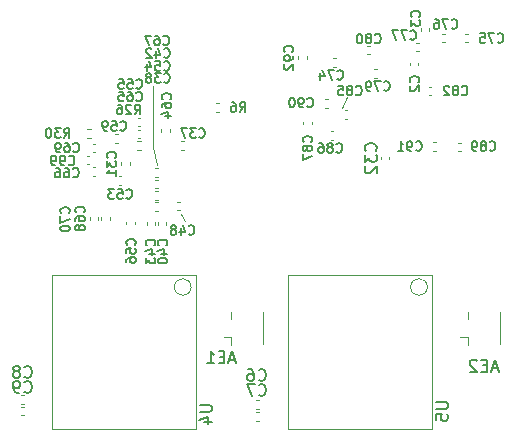
<source format=gbr>
%TF.GenerationSoftware,KiCad,Pcbnew,5.1.10-1.fc33*%
%TF.CreationDate,2021-08-29T12:40:12-07:00*%
%TF.ProjectId,hardware,68617264-7761-4726-952e-6b696361645f,rev?*%
%TF.SameCoordinates,Original*%
%TF.FileFunction,Legend,Bot*%
%TF.FilePolarity,Positive*%
%FSLAX46Y46*%
G04 Gerber Fmt 4.6, Leading zero omitted, Abs format (unit mm)*
G04 Created by KiCad (PCBNEW 5.1.10-1.fc33) date 2021-08-29 12:40:12*
%MOMM*%
%LPD*%
G01*
G04 APERTURE LIST*
%ADD10C,0.120000*%
%ADD11C,0.150000*%
G04 APERTURE END LIST*
D10*
X131889500Y-101409500D02*
X131508500Y-102298500D01*
X118173500Y-111887000D02*
X117856000Y-111315500D01*
X115506500Y-105600500D02*
X115824000Y-107124500D01*
X115506500Y-100457000D02*
X115506500Y-105600500D01*
%TO.C,AE2*%
X144835000Y-122350000D02*
X144835000Y-119650000D01*
X142115000Y-121760000D02*
X141485000Y-121760000D01*
X142115000Y-119600000D02*
X142115000Y-120240000D01*
X142115000Y-122400000D02*
X142115000Y-121760000D01*
%TO.C,AE1*%
X124835000Y-122350000D02*
X124835000Y-119650000D01*
X122115000Y-121760000D02*
X121485000Y-121760000D01*
X122115000Y-119600000D02*
X122115000Y-120240000D01*
X122115000Y-122400000D02*
X122115000Y-121760000D01*
%TO.C,C9*%
X104537836Y-127640000D02*
X104322164Y-127640000D01*
X104537836Y-128360000D02*
X104322164Y-128360000D01*
%TO.C,C8*%
X104537836Y-126640000D02*
X104322164Y-126640000D01*
X104537836Y-127360000D02*
X104322164Y-127360000D01*
%TO.C,C7*%
X124457836Y-128090000D02*
X124242164Y-128090000D01*
X124457836Y-128810000D02*
X124242164Y-128810000D01*
%TO.C,C6*%
X124457836Y-127090000D02*
X124242164Y-127090000D01*
X124457836Y-127810000D02*
X124242164Y-127810000D01*
%TO.C,U5*%
X138707107Y-117500000D02*
G75*
G03*
X138707107Y-117500000I-707107J0D01*
G01*
X139100000Y-129500000D02*
X139100000Y-116500000D01*
X126900000Y-129500000D02*
X139100000Y-129500000D01*
X126900000Y-116500000D02*
X126900000Y-129500000D01*
X139100000Y-116500000D02*
X126900000Y-116500000D01*
%TO.C,U4*%
X118707107Y-117500000D02*
G75*
G03*
X118707107Y-117500000I-707107J0D01*
G01*
X119100000Y-129500000D02*
X119100000Y-116500000D01*
X106900000Y-129500000D02*
X119100000Y-129500000D01*
X106900000Y-116500000D02*
X106900000Y-129500000D01*
X119100000Y-116500000D02*
X106900000Y-116500000D01*
%TO.C,C32*%
X134768000Y-106483264D02*
X134768000Y-106698936D01*
X135488000Y-106483264D02*
X135488000Y-106698936D01*
%TO.C,C99*%
X110089836Y-107090800D02*
X109874164Y-107090800D01*
X110089836Y-106370800D02*
X109874164Y-106370800D01*
%TO.C,C92*%
X127770300Y-98187336D02*
X127770300Y-97971664D01*
X128490300Y-98187336D02*
X128490300Y-97971664D01*
%TO.C,C91*%
X139211164Y-105253200D02*
X139426836Y-105253200D01*
X139211164Y-105973200D02*
X139426836Y-105973200D01*
%TO.C,C90*%
X130067164Y-101582900D02*
X130282836Y-101582900D01*
X130067164Y-102302900D02*
X130282836Y-102302900D01*
%TO.C,C89*%
X141304124Y-105268440D02*
X141519796Y-105268440D01*
X141304124Y-105988440D02*
X141519796Y-105988440D01*
%TO.C,C87*%
X128202100Y-103701736D02*
X128202100Y-103486064D01*
X128922100Y-103701736D02*
X128922100Y-103486064D01*
%TO.C,C86*%
X130750196Y-105013080D02*
X130534524Y-105013080D01*
X130750196Y-104293080D02*
X130534524Y-104293080D01*
%TO.C,C85*%
X131933836Y-103242700D02*
X131718164Y-103242700D01*
X131933836Y-102522700D02*
X131718164Y-102522700D01*
%TO.C,C82*%
X138830164Y-100528800D02*
X139045836Y-100528800D01*
X138830164Y-101248800D02*
X139045836Y-101248800D01*
%TO.C,C80*%
X133838836Y-97807100D02*
X133623164Y-97807100D01*
X133838836Y-97087100D02*
X133623164Y-97087100D01*
%TO.C,C79*%
X134410336Y-99762900D02*
X134194664Y-99762900D01*
X134410336Y-99042900D02*
X134194664Y-99042900D01*
%TO.C,C77*%
X137763364Y-96820400D02*
X137979036Y-96820400D01*
X137763364Y-97540400D02*
X137979036Y-97540400D01*
%TO.C,C76*%
X139985864Y-96045700D02*
X140201536Y-96045700D01*
X139985864Y-96765700D02*
X140201536Y-96765700D01*
%TO.C,C75*%
X141916264Y-96045700D02*
X142131936Y-96045700D01*
X141916264Y-96765700D02*
X142131936Y-96765700D01*
%TO.C,C74*%
X130968636Y-98861200D02*
X130752964Y-98861200D01*
X130968636Y-98141200D02*
X130752964Y-98141200D01*
%TO.C,C70*%
X110130000Y-111804336D02*
X110130000Y-111588664D01*
X110850000Y-111804336D02*
X110850000Y-111588664D01*
%TO.C,C69*%
X110597836Y-106100200D02*
X110382164Y-106100200D01*
X110597836Y-105380200D02*
X110382164Y-105380200D01*
%TO.C,C68*%
X111107900Y-111804336D02*
X111107900Y-111588664D01*
X111827900Y-111804336D02*
X111827900Y-111588664D01*
%TO.C,C67*%
X115893736Y-108144900D02*
X115678064Y-108144900D01*
X115893736Y-107424900D02*
X115678064Y-107424900D01*
%TO.C,C66*%
X110597836Y-108081400D02*
X110382164Y-108081400D01*
X110597836Y-107361400D02*
X110382164Y-107361400D01*
%TO.C,C65*%
X114395136Y-104893700D02*
X114179464Y-104893700D01*
X114395136Y-104173700D02*
X114179464Y-104173700D01*
%TO.C,C64*%
X116200600Y-104374836D02*
X116200600Y-104159164D01*
X116920600Y-104374836D02*
X116920600Y-104159164D01*
%TO.C,C59*%
X112274464Y-104567400D02*
X112490136Y-104567400D01*
X112274464Y-105287400D02*
X112490136Y-105287400D01*
%TO.C,C56*%
X113216100Y-112195436D02*
X113216100Y-111979764D01*
X113936100Y-112195436D02*
X113936100Y-111979764D01*
%TO.C,C55*%
X114395136Y-103877700D02*
X114179464Y-103877700D01*
X114395136Y-103157700D02*
X114179464Y-103157700D01*
%TO.C,C54*%
X115881036Y-110113400D02*
X115665364Y-110113400D01*
X115881036Y-109393400D02*
X115665364Y-109393400D01*
%TO.C,C53*%
X112591964Y-108123400D02*
X112807636Y-108123400D01*
X112591964Y-108843400D02*
X112807636Y-108843400D01*
%TO.C,C48*%
X117745396Y-110997320D02*
X117529724Y-110997320D01*
X117745396Y-110277320D02*
X117529724Y-110277320D01*
%TO.C,C43*%
X114943300Y-112203116D02*
X114943300Y-111987444D01*
X115663300Y-112203116D02*
X115663300Y-111987444D01*
%TO.C,C42*%
X115893736Y-109135500D02*
X115678064Y-109135500D01*
X115893736Y-108415500D02*
X115678064Y-108415500D01*
%TO.C,C40*%
X115888180Y-112203116D02*
X115888180Y-111987444D01*
X116608180Y-112203116D02*
X116608180Y-111987444D01*
%TO.C,C38*%
X115881036Y-111053200D02*
X115665364Y-111053200D01*
X115881036Y-110333200D02*
X115665364Y-110333200D01*
%TO.C,C37*%
X117856163Y-105141440D02*
X118071835Y-105141440D01*
X117856163Y-105861440D02*
X118071835Y-105861440D01*
%TO.C,C31*%
X113517000Y-106940464D02*
X113517000Y-107156136D01*
X112797000Y-106940464D02*
X112797000Y-107156136D01*
%TO.C,C3*%
X138140000Y-95807836D02*
X138140000Y-95592164D01*
X138860000Y-95807836D02*
X138860000Y-95592164D01*
%TO.C,C2*%
X137939100Y-98507664D02*
X137939100Y-98723336D01*
X137219100Y-98507664D02*
X137219100Y-98723336D01*
%TO.C,R30*%
X110237241Y-104850200D02*
X109929959Y-104850200D01*
X110237241Y-104090200D02*
X109929959Y-104090200D01*
%TO.C,R26*%
X114453641Y-105904300D02*
X114146359Y-105904300D01*
X114453641Y-105144300D02*
X114146359Y-105144300D01*
%TO.C,R6*%
X120785919Y-102660720D02*
X121093201Y-102660720D01*
X120785919Y-101900720D02*
X121093201Y-101900720D01*
%TO.C,AE2*%
D11*
X144641666Y-124366666D02*
X144165476Y-124366666D01*
X144736904Y-124652380D02*
X144403571Y-123652380D01*
X144070238Y-124652380D01*
X143736904Y-124128571D02*
X143403571Y-124128571D01*
X143260714Y-124652380D02*
X143736904Y-124652380D01*
X143736904Y-123652380D01*
X143260714Y-123652380D01*
X142879761Y-123747619D02*
X142832142Y-123700000D01*
X142736904Y-123652380D01*
X142498809Y-123652380D01*
X142403571Y-123700000D01*
X142355952Y-123747619D01*
X142308333Y-123842857D01*
X142308333Y-123938095D01*
X142355952Y-124080952D01*
X142927380Y-124652380D01*
X142308333Y-124652380D01*
%TO.C,AE1*%
X122416666Y-123666666D02*
X121940476Y-123666666D01*
X122511904Y-123952380D02*
X122178571Y-122952380D01*
X121845238Y-123952380D01*
X121511904Y-123428571D02*
X121178571Y-123428571D01*
X121035714Y-123952380D02*
X121511904Y-123952380D01*
X121511904Y-122952380D01*
X121035714Y-122952380D01*
X120083333Y-123952380D02*
X120654761Y-123952380D01*
X120369047Y-123952380D02*
X120369047Y-122952380D01*
X120464285Y-123095238D01*
X120559523Y-123190476D01*
X120654761Y-123238095D01*
%TO.C,C9*%
X104596666Y-126357142D02*
X104644285Y-126404761D01*
X104787142Y-126452380D01*
X104882380Y-126452380D01*
X105025238Y-126404761D01*
X105120476Y-126309523D01*
X105168095Y-126214285D01*
X105215714Y-126023809D01*
X105215714Y-125880952D01*
X105168095Y-125690476D01*
X105120476Y-125595238D01*
X105025238Y-125500000D01*
X104882380Y-125452380D01*
X104787142Y-125452380D01*
X104644285Y-125500000D01*
X104596666Y-125547619D01*
X104120476Y-126452380D02*
X103930000Y-126452380D01*
X103834761Y-126404761D01*
X103787142Y-126357142D01*
X103691904Y-126214285D01*
X103644285Y-126023809D01*
X103644285Y-125642857D01*
X103691904Y-125547619D01*
X103739523Y-125500000D01*
X103834761Y-125452380D01*
X104025238Y-125452380D01*
X104120476Y-125500000D01*
X104168095Y-125547619D01*
X104215714Y-125642857D01*
X104215714Y-125880952D01*
X104168095Y-125976190D01*
X104120476Y-126023809D01*
X104025238Y-126071428D01*
X103834761Y-126071428D01*
X103739523Y-126023809D01*
X103691904Y-125976190D01*
X103644285Y-125880952D01*
%TO.C,C8*%
X104596666Y-125107142D02*
X104644285Y-125154761D01*
X104787142Y-125202380D01*
X104882380Y-125202380D01*
X105025238Y-125154761D01*
X105120476Y-125059523D01*
X105168095Y-124964285D01*
X105215714Y-124773809D01*
X105215714Y-124630952D01*
X105168095Y-124440476D01*
X105120476Y-124345238D01*
X105025238Y-124250000D01*
X104882380Y-124202380D01*
X104787142Y-124202380D01*
X104644285Y-124250000D01*
X104596666Y-124297619D01*
X104025238Y-124630952D02*
X104120476Y-124583333D01*
X104168095Y-124535714D01*
X104215714Y-124440476D01*
X104215714Y-124392857D01*
X104168095Y-124297619D01*
X104120476Y-124250000D01*
X104025238Y-124202380D01*
X103834761Y-124202380D01*
X103739523Y-124250000D01*
X103691904Y-124297619D01*
X103644285Y-124392857D01*
X103644285Y-124440476D01*
X103691904Y-124535714D01*
X103739523Y-124583333D01*
X103834761Y-124630952D01*
X104025238Y-124630952D01*
X104120476Y-124678571D01*
X104168095Y-124726190D01*
X104215714Y-124821428D01*
X104215714Y-125011904D01*
X104168095Y-125107142D01*
X104120476Y-125154761D01*
X104025238Y-125202380D01*
X103834761Y-125202380D01*
X103739523Y-125154761D01*
X103691904Y-125107142D01*
X103644285Y-125011904D01*
X103644285Y-124821428D01*
X103691904Y-124726190D01*
X103739523Y-124678571D01*
X103834761Y-124630952D01*
%TO.C,C7*%
X124416666Y-126607142D02*
X124464285Y-126654761D01*
X124607142Y-126702380D01*
X124702380Y-126702380D01*
X124845238Y-126654761D01*
X124940476Y-126559523D01*
X124988095Y-126464285D01*
X125035714Y-126273809D01*
X125035714Y-126130952D01*
X124988095Y-125940476D01*
X124940476Y-125845238D01*
X124845238Y-125750000D01*
X124702380Y-125702380D01*
X124607142Y-125702380D01*
X124464285Y-125750000D01*
X124416666Y-125797619D01*
X124083333Y-125702380D02*
X123416666Y-125702380D01*
X123845238Y-126702380D01*
%TO.C,C6*%
X124416666Y-125357142D02*
X124464285Y-125404761D01*
X124607142Y-125452380D01*
X124702380Y-125452380D01*
X124845238Y-125404761D01*
X124940476Y-125309523D01*
X124988095Y-125214285D01*
X125035714Y-125023809D01*
X125035714Y-124880952D01*
X124988095Y-124690476D01*
X124940476Y-124595238D01*
X124845238Y-124500000D01*
X124702380Y-124452380D01*
X124607142Y-124452380D01*
X124464285Y-124500000D01*
X124416666Y-124547619D01*
X123559523Y-124452380D02*
X123750000Y-124452380D01*
X123845238Y-124500000D01*
X123892857Y-124547619D01*
X123988095Y-124690476D01*
X124035714Y-124880952D01*
X124035714Y-125261904D01*
X123988095Y-125357142D01*
X123940476Y-125404761D01*
X123845238Y-125452380D01*
X123654761Y-125452380D01*
X123559523Y-125404761D01*
X123511904Y-125357142D01*
X123464285Y-125261904D01*
X123464285Y-125023809D01*
X123511904Y-124928571D01*
X123559523Y-124880952D01*
X123654761Y-124833333D01*
X123845238Y-124833333D01*
X123940476Y-124880952D01*
X123988095Y-124928571D01*
X124035714Y-125023809D01*
%TO.C,U5*%
X139452380Y-127238095D02*
X140261904Y-127238095D01*
X140357142Y-127285714D01*
X140404761Y-127333333D01*
X140452380Y-127428571D01*
X140452380Y-127619047D01*
X140404761Y-127714285D01*
X140357142Y-127761904D01*
X140261904Y-127809523D01*
X139452380Y-127809523D01*
X139452380Y-128761904D02*
X139452380Y-128285714D01*
X139928571Y-128238095D01*
X139880952Y-128285714D01*
X139833333Y-128380952D01*
X139833333Y-128619047D01*
X139880952Y-128714285D01*
X139928571Y-128761904D01*
X140023809Y-128809523D01*
X140261904Y-128809523D01*
X140357142Y-128761904D01*
X140404761Y-128714285D01*
X140452380Y-128619047D01*
X140452380Y-128380952D01*
X140404761Y-128285714D01*
X140357142Y-128238095D01*
%TO.C,U4*%
X119452380Y-127488095D02*
X120261904Y-127488095D01*
X120357142Y-127535714D01*
X120404761Y-127583333D01*
X120452380Y-127678571D01*
X120452380Y-127869047D01*
X120404761Y-127964285D01*
X120357142Y-128011904D01*
X120261904Y-128059523D01*
X119452380Y-128059523D01*
X119785714Y-128964285D02*
X120452380Y-128964285D01*
X119404761Y-128726190D02*
X120119047Y-128488095D01*
X120119047Y-129107142D01*
%TO.C,C32*%
X134325142Y-105948242D02*
X134372761Y-105900623D01*
X134420380Y-105757766D01*
X134420380Y-105662528D01*
X134372761Y-105519671D01*
X134277523Y-105424433D01*
X134182285Y-105376814D01*
X133991809Y-105329195D01*
X133848952Y-105329195D01*
X133658476Y-105376814D01*
X133563238Y-105424433D01*
X133468000Y-105519671D01*
X133420380Y-105662528D01*
X133420380Y-105757766D01*
X133468000Y-105900623D01*
X133515619Y-105948242D01*
X133420380Y-106281576D02*
X133420380Y-106900623D01*
X133801333Y-106567290D01*
X133801333Y-106710147D01*
X133848952Y-106805385D01*
X133896571Y-106853004D01*
X133991809Y-106900623D01*
X134229904Y-106900623D01*
X134325142Y-106853004D01*
X134372761Y-106805385D01*
X134420380Y-106710147D01*
X134420380Y-106424433D01*
X134372761Y-106329195D01*
X134325142Y-106281576D01*
X133515619Y-107281576D02*
X133468000Y-107329195D01*
X133420380Y-107424433D01*
X133420380Y-107662528D01*
X133468000Y-107757766D01*
X133515619Y-107805385D01*
X133610857Y-107853004D01*
X133706095Y-107853004D01*
X133848952Y-107805385D01*
X134420380Y-107233957D01*
X134420380Y-107853004D01*
%TO.C,C99*%
X108337285Y-107092714D02*
X108375380Y-107130809D01*
X108489666Y-107168904D01*
X108565857Y-107168904D01*
X108680142Y-107130809D01*
X108756333Y-107054619D01*
X108794428Y-106978428D01*
X108832523Y-106826047D01*
X108832523Y-106711761D01*
X108794428Y-106559380D01*
X108756333Y-106483190D01*
X108680142Y-106407000D01*
X108565857Y-106368904D01*
X108489666Y-106368904D01*
X108375380Y-106407000D01*
X108337285Y-106445095D01*
X107956333Y-107168904D02*
X107803952Y-107168904D01*
X107727761Y-107130809D01*
X107689666Y-107092714D01*
X107613476Y-106978428D01*
X107575380Y-106826047D01*
X107575380Y-106521285D01*
X107613476Y-106445095D01*
X107651571Y-106407000D01*
X107727761Y-106368904D01*
X107880142Y-106368904D01*
X107956333Y-106407000D01*
X107994428Y-106445095D01*
X108032523Y-106521285D01*
X108032523Y-106711761D01*
X107994428Y-106787952D01*
X107956333Y-106826047D01*
X107880142Y-106864142D01*
X107727761Y-106864142D01*
X107651571Y-106826047D01*
X107613476Y-106787952D01*
X107575380Y-106711761D01*
X107194428Y-107168904D02*
X107042047Y-107168904D01*
X106965857Y-107130809D01*
X106927761Y-107092714D01*
X106851571Y-106978428D01*
X106813476Y-106826047D01*
X106813476Y-106521285D01*
X106851571Y-106445095D01*
X106889666Y-106407000D01*
X106965857Y-106368904D01*
X107118238Y-106368904D01*
X107194428Y-106407000D01*
X107232523Y-106445095D01*
X107270619Y-106521285D01*
X107270619Y-106711761D01*
X107232523Y-106787952D01*
X107194428Y-106826047D01*
X107118238Y-106864142D01*
X106965857Y-106864142D01*
X106889666Y-106826047D01*
X106851571Y-106787952D01*
X106813476Y-106711761D01*
%TO.C,C92*%
X127285714Y-97565214D02*
X127323809Y-97527119D01*
X127361904Y-97412833D01*
X127361904Y-97336642D01*
X127323809Y-97222357D01*
X127247619Y-97146166D01*
X127171428Y-97108071D01*
X127019047Y-97069976D01*
X126904761Y-97069976D01*
X126752380Y-97108071D01*
X126676190Y-97146166D01*
X126600000Y-97222357D01*
X126561904Y-97336642D01*
X126561904Y-97412833D01*
X126600000Y-97527119D01*
X126638095Y-97565214D01*
X127361904Y-97946166D02*
X127361904Y-98098547D01*
X127323809Y-98174738D01*
X127285714Y-98212833D01*
X127171428Y-98289023D01*
X127019047Y-98327119D01*
X126714285Y-98327119D01*
X126638095Y-98289023D01*
X126600000Y-98250928D01*
X126561904Y-98174738D01*
X126561904Y-98022357D01*
X126600000Y-97946166D01*
X126638095Y-97908071D01*
X126714285Y-97869976D01*
X126904761Y-97869976D01*
X126980952Y-97908071D01*
X127019047Y-97946166D01*
X127057142Y-98022357D01*
X127057142Y-98174738D01*
X127019047Y-98250928D01*
X126980952Y-98289023D01*
X126904761Y-98327119D01*
X126638095Y-98631880D02*
X126600000Y-98669976D01*
X126561904Y-98746166D01*
X126561904Y-98936642D01*
X126600000Y-99012833D01*
X126638095Y-99050928D01*
X126714285Y-99089023D01*
X126790476Y-99089023D01*
X126904761Y-99050928D01*
X127361904Y-98593785D01*
X127361904Y-99089023D01*
%TO.C,C91*%
X137737785Y-105886214D02*
X137775880Y-105924309D01*
X137890166Y-105962404D01*
X137966357Y-105962404D01*
X138080642Y-105924309D01*
X138156833Y-105848119D01*
X138194928Y-105771928D01*
X138233023Y-105619547D01*
X138233023Y-105505261D01*
X138194928Y-105352880D01*
X138156833Y-105276690D01*
X138080642Y-105200500D01*
X137966357Y-105162404D01*
X137890166Y-105162404D01*
X137775880Y-105200500D01*
X137737785Y-105238595D01*
X137356833Y-105962404D02*
X137204452Y-105962404D01*
X137128261Y-105924309D01*
X137090166Y-105886214D01*
X137013976Y-105771928D01*
X136975880Y-105619547D01*
X136975880Y-105314785D01*
X137013976Y-105238595D01*
X137052071Y-105200500D01*
X137128261Y-105162404D01*
X137280642Y-105162404D01*
X137356833Y-105200500D01*
X137394928Y-105238595D01*
X137433023Y-105314785D01*
X137433023Y-105505261D01*
X137394928Y-105581452D01*
X137356833Y-105619547D01*
X137280642Y-105657642D01*
X137128261Y-105657642D01*
X137052071Y-105619547D01*
X137013976Y-105581452D01*
X136975880Y-105505261D01*
X136213976Y-105962404D02*
X136671119Y-105962404D01*
X136442547Y-105962404D02*
X136442547Y-105162404D01*
X136518738Y-105276690D01*
X136594928Y-105352880D01*
X136671119Y-105390976D01*
%TO.C,C90*%
X128530285Y-102203214D02*
X128568380Y-102241309D01*
X128682666Y-102279404D01*
X128758857Y-102279404D01*
X128873142Y-102241309D01*
X128949333Y-102165119D01*
X128987428Y-102088928D01*
X129025523Y-101936547D01*
X129025523Y-101822261D01*
X128987428Y-101669880D01*
X128949333Y-101593690D01*
X128873142Y-101517500D01*
X128758857Y-101479404D01*
X128682666Y-101479404D01*
X128568380Y-101517500D01*
X128530285Y-101555595D01*
X128149333Y-102279404D02*
X127996952Y-102279404D01*
X127920761Y-102241309D01*
X127882666Y-102203214D01*
X127806476Y-102088928D01*
X127768380Y-101936547D01*
X127768380Y-101631785D01*
X127806476Y-101555595D01*
X127844571Y-101517500D01*
X127920761Y-101479404D01*
X128073142Y-101479404D01*
X128149333Y-101517500D01*
X128187428Y-101555595D01*
X128225523Y-101631785D01*
X128225523Y-101822261D01*
X128187428Y-101898452D01*
X128149333Y-101936547D01*
X128073142Y-101974642D01*
X127920761Y-101974642D01*
X127844571Y-101936547D01*
X127806476Y-101898452D01*
X127768380Y-101822261D01*
X127273142Y-101479404D02*
X127196952Y-101479404D01*
X127120761Y-101517500D01*
X127082666Y-101555595D01*
X127044571Y-101631785D01*
X127006476Y-101784166D01*
X127006476Y-101974642D01*
X127044571Y-102127023D01*
X127082666Y-102203214D01*
X127120761Y-102241309D01*
X127196952Y-102279404D01*
X127273142Y-102279404D01*
X127349333Y-102241309D01*
X127387428Y-102203214D01*
X127425523Y-102127023D01*
X127463619Y-101974642D01*
X127463619Y-101784166D01*
X127425523Y-101631785D01*
X127387428Y-101555595D01*
X127349333Y-101517500D01*
X127273142Y-101479404D01*
%TO.C,C89*%
X143983645Y-105888754D02*
X144021740Y-105926849D01*
X144136026Y-105964944D01*
X144212217Y-105964944D01*
X144326502Y-105926849D01*
X144402693Y-105850659D01*
X144440788Y-105774468D01*
X144478883Y-105622087D01*
X144478883Y-105507801D01*
X144440788Y-105355420D01*
X144402693Y-105279230D01*
X144326502Y-105203040D01*
X144212217Y-105164944D01*
X144136026Y-105164944D01*
X144021740Y-105203040D01*
X143983645Y-105241135D01*
X143526502Y-105507801D02*
X143602693Y-105469706D01*
X143640788Y-105431611D01*
X143678883Y-105355420D01*
X143678883Y-105317325D01*
X143640788Y-105241135D01*
X143602693Y-105203040D01*
X143526502Y-105164944D01*
X143374121Y-105164944D01*
X143297931Y-105203040D01*
X143259836Y-105241135D01*
X143221740Y-105317325D01*
X143221740Y-105355420D01*
X143259836Y-105431611D01*
X143297931Y-105469706D01*
X143374121Y-105507801D01*
X143526502Y-105507801D01*
X143602693Y-105545897D01*
X143640788Y-105583992D01*
X143678883Y-105660182D01*
X143678883Y-105812563D01*
X143640788Y-105888754D01*
X143602693Y-105926849D01*
X143526502Y-105964944D01*
X143374121Y-105964944D01*
X143297931Y-105926849D01*
X143259836Y-105888754D01*
X143221740Y-105812563D01*
X143221740Y-105660182D01*
X143259836Y-105583992D01*
X143297931Y-105545897D01*
X143374121Y-105507801D01*
X142840788Y-105964944D02*
X142688407Y-105964944D01*
X142612217Y-105926849D01*
X142574121Y-105888754D01*
X142497931Y-105774468D01*
X142459836Y-105622087D01*
X142459836Y-105317325D01*
X142497931Y-105241135D01*
X142536026Y-105203040D01*
X142612217Y-105164944D01*
X142764598Y-105164944D01*
X142840788Y-105203040D01*
X142878883Y-105241135D01*
X142916979Y-105317325D01*
X142916979Y-105507801D01*
X142878883Y-105583992D01*
X142840788Y-105622087D01*
X142764598Y-105660182D01*
X142612217Y-105660182D01*
X142536026Y-105622087D01*
X142497931Y-105583992D01*
X142459836Y-105507801D01*
%TO.C,C87*%
X128873214Y-105213214D02*
X128911309Y-105175119D01*
X128949404Y-105060833D01*
X128949404Y-104984642D01*
X128911309Y-104870357D01*
X128835119Y-104794166D01*
X128758928Y-104756071D01*
X128606547Y-104717976D01*
X128492261Y-104717976D01*
X128339880Y-104756071D01*
X128263690Y-104794166D01*
X128187500Y-104870357D01*
X128149404Y-104984642D01*
X128149404Y-105060833D01*
X128187500Y-105175119D01*
X128225595Y-105213214D01*
X128492261Y-105670357D02*
X128454166Y-105594166D01*
X128416071Y-105556071D01*
X128339880Y-105517976D01*
X128301785Y-105517976D01*
X128225595Y-105556071D01*
X128187500Y-105594166D01*
X128149404Y-105670357D01*
X128149404Y-105822738D01*
X128187500Y-105898928D01*
X128225595Y-105937023D01*
X128301785Y-105975119D01*
X128339880Y-105975119D01*
X128416071Y-105937023D01*
X128454166Y-105898928D01*
X128492261Y-105822738D01*
X128492261Y-105670357D01*
X128530357Y-105594166D01*
X128568452Y-105556071D01*
X128644642Y-105517976D01*
X128797023Y-105517976D01*
X128873214Y-105556071D01*
X128911309Y-105594166D01*
X128949404Y-105670357D01*
X128949404Y-105822738D01*
X128911309Y-105898928D01*
X128873214Y-105937023D01*
X128797023Y-105975119D01*
X128644642Y-105975119D01*
X128568452Y-105937023D01*
X128530357Y-105898928D01*
X128492261Y-105822738D01*
X128149404Y-106241785D02*
X128149404Y-106775119D01*
X128949404Y-106432261D01*
%TO.C,C86*%
X131014285Y-106035714D02*
X131052380Y-106073809D01*
X131166666Y-106111904D01*
X131242857Y-106111904D01*
X131357142Y-106073809D01*
X131433333Y-105997619D01*
X131471428Y-105921428D01*
X131509523Y-105769047D01*
X131509523Y-105654761D01*
X131471428Y-105502380D01*
X131433333Y-105426190D01*
X131357142Y-105350000D01*
X131242857Y-105311904D01*
X131166666Y-105311904D01*
X131052380Y-105350000D01*
X131014285Y-105388095D01*
X130557142Y-105654761D02*
X130633333Y-105616666D01*
X130671428Y-105578571D01*
X130709523Y-105502380D01*
X130709523Y-105464285D01*
X130671428Y-105388095D01*
X130633333Y-105350000D01*
X130557142Y-105311904D01*
X130404761Y-105311904D01*
X130328571Y-105350000D01*
X130290476Y-105388095D01*
X130252380Y-105464285D01*
X130252380Y-105502380D01*
X130290476Y-105578571D01*
X130328571Y-105616666D01*
X130404761Y-105654761D01*
X130557142Y-105654761D01*
X130633333Y-105692857D01*
X130671428Y-105730952D01*
X130709523Y-105807142D01*
X130709523Y-105959523D01*
X130671428Y-106035714D01*
X130633333Y-106073809D01*
X130557142Y-106111904D01*
X130404761Y-106111904D01*
X130328571Y-106073809D01*
X130290476Y-106035714D01*
X130252380Y-105959523D01*
X130252380Y-105807142D01*
X130290476Y-105730952D01*
X130328571Y-105692857D01*
X130404761Y-105654761D01*
X129566666Y-105311904D02*
X129719047Y-105311904D01*
X129795238Y-105350000D01*
X129833333Y-105388095D01*
X129909523Y-105502380D01*
X129947619Y-105654761D01*
X129947619Y-105959523D01*
X129909523Y-106035714D01*
X129871428Y-106073809D01*
X129795238Y-106111904D01*
X129642857Y-106111904D01*
X129566666Y-106073809D01*
X129528571Y-106035714D01*
X129490476Y-105959523D01*
X129490476Y-105769047D01*
X129528571Y-105692857D01*
X129566666Y-105654761D01*
X129642857Y-105616666D01*
X129795238Y-105616666D01*
X129871428Y-105654761D01*
X129909523Y-105692857D01*
X129947619Y-105769047D01*
%TO.C,C85*%
X132657785Y-101187214D02*
X132695880Y-101225309D01*
X132810166Y-101263404D01*
X132886357Y-101263404D01*
X133000642Y-101225309D01*
X133076833Y-101149119D01*
X133114928Y-101072928D01*
X133153023Y-100920547D01*
X133153023Y-100806261D01*
X133114928Y-100653880D01*
X133076833Y-100577690D01*
X133000642Y-100501500D01*
X132886357Y-100463404D01*
X132810166Y-100463404D01*
X132695880Y-100501500D01*
X132657785Y-100539595D01*
X132200642Y-100806261D02*
X132276833Y-100768166D01*
X132314928Y-100730071D01*
X132353023Y-100653880D01*
X132353023Y-100615785D01*
X132314928Y-100539595D01*
X132276833Y-100501500D01*
X132200642Y-100463404D01*
X132048261Y-100463404D01*
X131972071Y-100501500D01*
X131933976Y-100539595D01*
X131895880Y-100615785D01*
X131895880Y-100653880D01*
X131933976Y-100730071D01*
X131972071Y-100768166D01*
X132048261Y-100806261D01*
X132200642Y-100806261D01*
X132276833Y-100844357D01*
X132314928Y-100882452D01*
X132353023Y-100958642D01*
X132353023Y-101111023D01*
X132314928Y-101187214D01*
X132276833Y-101225309D01*
X132200642Y-101263404D01*
X132048261Y-101263404D01*
X131972071Y-101225309D01*
X131933976Y-101187214D01*
X131895880Y-101111023D01*
X131895880Y-100958642D01*
X131933976Y-100882452D01*
X131972071Y-100844357D01*
X132048261Y-100806261D01*
X131172071Y-100463404D02*
X131553023Y-100463404D01*
X131591119Y-100844357D01*
X131553023Y-100806261D01*
X131476833Y-100768166D01*
X131286357Y-100768166D01*
X131210166Y-100806261D01*
X131172071Y-100844357D01*
X131133976Y-100920547D01*
X131133976Y-101111023D01*
X131172071Y-101187214D01*
X131210166Y-101225309D01*
X131286357Y-101263404D01*
X131476833Y-101263404D01*
X131553023Y-101225309D01*
X131591119Y-101187214D01*
%TO.C,C82*%
X141611285Y-101187214D02*
X141649380Y-101225309D01*
X141763666Y-101263404D01*
X141839857Y-101263404D01*
X141954142Y-101225309D01*
X142030333Y-101149119D01*
X142068428Y-101072928D01*
X142106523Y-100920547D01*
X142106523Y-100806261D01*
X142068428Y-100653880D01*
X142030333Y-100577690D01*
X141954142Y-100501500D01*
X141839857Y-100463404D01*
X141763666Y-100463404D01*
X141649380Y-100501500D01*
X141611285Y-100539595D01*
X141154142Y-100806261D02*
X141230333Y-100768166D01*
X141268428Y-100730071D01*
X141306523Y-100653880D01*
X141306523Y-100615785D01*
X141268428Y-100539595D01*
X141230333Y-100501500D01*
X141154142Y-100463404D01*
X141001761Y-100463404D01*
X140925571Y-100501500D01*
X140887476Y-100539595D01*
X140849380Y-100615785D01*
X140849380Y-100653880D01*
X140887476Y-100730071D01*
X140925571Y-100768166D01*
X141001761Y-100806261D01*
X141154142Y-100806261D01*
X141230333Y-100844357D01*
X141268428Y-100882452D01*
X141306523Y-100958642D01*
X141306523Y-101111023D01*
X141268428Y-101187214D01*
X141230333Y-101225309D01*
X141154142Y-101263404D01*
X141001761Y-101263404D01*
X140925571Y-101225309D01*
X140887476Y-101187214D01*
X140849380Y-101111023D01*
X140849380Y-100958642D01*
X140887476Y-100882452D01*
X140925571Y-100844357D01*
X141001761Y-100806261D01*
X140544619Y-100539595D02*
X140506523Y-100501500D01*
X140430333Y-100463404D01*
X140239857Y-100463404D01*
X140163666Y-100501500D01*
X140125571Y-100539595D01*
X140087476Y-100615785D01*
X140087476Y-100691976D01*
X140125571Y-100806261D01*
X140582714Y-101263404D01*
X140087476Y-101263404D01*
%TO.C,C80*%
X134264285Y-96785714D02*
X134302380Y-96823809D01*
X134416666Y-96861904D01*
X134492857Y-96861904D01*
X134607142Y-96823809D01*
X134683333Y-96747619D01*
X134721428Y-96671428D01*
X134759523Y-96519047D01*
X134759523Y-96404761D01*
X134721428Y-96252380D01*
X134683333Y-96176190D01*
X134607142Y-96100000D01*
X134492857Y-96061904D01*
X134416666Y-96061904D01*
X134302380Y-96100000D01*
X134264285Y-96138095D01*
X133807142Y-96404761D02*
X133883333Y-96366666D01*
X133921428Y-96328571D01*
X133959523Y-96252380D01*
X133959523Y-96214285D01*
X133921428Y-96138095D01*
X133883333Y-96100000D01*
X133807142Y-96061904D01*
X133654761Y-96061904D01*
X133578571Y-96100000D01*
X133540476Y-96138095D01*
X133502380Y-96214285D01*
X133502380Y-96252380D01*
X133540476Y-96328571D01*
X133578571Y-96366666D01*
X133654761Y-96404761D01*
X133807142Y-96404761D01*
X133883333Y-96442857D01*
X133921428Y-96480952D01*
X133959523Y-96557142D01*
X133959523Y-96709523D01*
X133921428Y-96785714D01*
X133883333Y-96823809D01*
X133807142Y-96861904D01*
X133654761Y-96861904D01*
X133578571Y-96823809D01*
X133540476Y-96785714D01*
X133502380Y-96709523D01*
X133502380Y-96557142D01*
X133540476Y-96480952D01*
X133578571Y-96442857D01*
X133654761Y-96404761D01*
X133007142Y-96061904D02*
X132930952Y-96061904D01*
X132854761Y-96100000D01*
X132816666Y-96138095D01*
X132778571Y-96214285D01*
X132740476Y-96366666D01*
X132740476Y-96557142D01*
X132778571Y-96709523D01*
X132816666Y-96785714D01*
X132854761Y-96823809D01*
X132930952Y-96861904D01*
X133007142Y-96861904D01*
X133083333Y-96823809D01*
X133121428Y-96785714D01*
X133159523Y-96709523D01*
X133197619Y-96557142D01*
X133197619Y-96366666D01*
X133159523Y-96214285D01*
X133121428Y-96138095D01*
X133083333Y-96100000D01*
X133007142Y-96061904D01*
%TO.C,C79*%
X135014285Y-100785714D02*
X135052380Y-100823809D01*
X135166666Y-100861904D01*
X135242857Y-100861904D01*
X135357142Y-100823809D01*
X135433333Y-100747619D01*
X135471428Y-100671428D01*
X135509523Y-100519047D01*
X135509523Y-100404761D01*
X135471428Y-100252380D01*
X135433333Y-100176190D01*
X135357142Y-100100000D01*
X135242857Y-100061904D01*
X135166666Y-100061904D01*
X135052380Y-100100000D01*
X135014285Y-100138095D01*
X134747619Y-100061904D02*
X134214285Y-100061904D01*
X134557142Y-100861904D01*
X133871428Y-100861904D02*
X133719047Y-100861904D01*
X133642857Y-100823809D01*
X133604761Y-100785714D01*
X133528571Y-100671428D01*
X133490476Y-100519047D01*
X133490476Y-100214285D01*
X133528571Y-100138095D01*
X133566666Y-100100000D01*
X133642857Y-100061904D01*
X133795238Y-100061904D01*
X133871428Y-100100000D01*
X133909523Y-100138095D01*
X133947619Y-100214285D01*
X133947619Y-100404761D01*
X133909523Y-100480952D01*
X133871428Y-100519047D01*
X133795238Y-100557142D01*
X133642857Y-100557142D01*
X133566666Y-100519047D01*
X133528571Y-100480952D01*
X133490476Y-100404761D01*
%TO.C,C77*%
X137264285Y-96488214D02*
X137302380Y-96526309D01*
X137416666Y-96564404D01*
X137492857Y-96564404D01*
X137607142Y-96526309D01*
X137683333Y-96450119D01*
X137721428Y-96373928D01*
X137759523Y-96221547D01*
X137759523Y-96107261D01*
X137721428Y-95954880D01*
X137683333Y-95878690D01*
X137607142Y-95802500D01*
X137492857Y-95764404D01*
X137416666Y-95764404D01*
X137302380Y-95802500D01*
X137264285Y-95840595D01*
X136997619Y-95764404D02*
X136464285Y-95764404D01*
X136807142Y-96564404D01*
X136235714Y-95764404D02*
X135702380Y-95764404D01*
X136045238Y-96564404D01*
%TO.C,C76*%
X140764285Y-95535714D02*
X140802380Y-95573809D01*
X140916666Y-95611904D01*
X140992857Y-95611904D01*
X141107142Y-95573809D01*
X141183333Y-95497619D01*
X141221428Y-95421428D01*
X141259523Y-95269047D01*
X141259523Y-95154761D01*
X141221428Y-95002380D01*
X141183333Y-94926190D01*
X141107142Y-94850000D01*
X140992857Y-94811904D01*
X140916666Y-94811904D01*
X140802380Y-94850000D01*
X140764285Y-94888095D01*
X140497619Y-94811904D02*
X139964285Y-94811904D01*
X140307142Y-95611904D01*
X139316666Y-94811904D02*
X139469047Y-94811904D01*
X139545238Y-94850000D01*
X139583333Y-94888095D01*
X139659523Y-95002380D01*
X139697619Y-95154761D01*
X139697619Y-95459523D01*
X139659523Y-95535714D01*
X139621428Y-95573809D01*
X139545238Y-95611904D01*
X139392857Y-95611904D01*
X139316666Y-95573809D01*
X139278571Y-95535714D01*
X139240476Y-95459523D01*
X139240476Y-95269047D01*
X139278571Y-95192857D01*
X139316666Y-95154761D01*
X139392857Y-95116666D01*
X139545238Y-95116666D01*
X139621428Y-95154761D01*
X139659523Y-95192857D01*
X139697619Y-95269047D01*
%TO.C,C75*%
X144659285Y-96742214D02*
X144697380Y-96780309D01*
X144811666Y-96818404D01*
X144887857Y-96818404D01*
X145002142Y-96780309D01*
X145078333Y-96704119D01*
X145116428Y-96627928D01*
X145154523Y-96475547D01*
X145154523Y-96361261D01*
X145116428Y-96208880D01*
X145078333Y-96132690D01*
X145002142Y-96056500D01*
X144887857Y-96018404D01*
X144811666Y-96018404D01*
X144697380Y-96056500D01*
X144659285Y-96094595D01*
X144392619Y-96018404D02*
X143859285Y-96018404D01*
X144202142Y-96818404D01*
X143173571Y-96018404D02*
X143554523Y-96018404D01*
X143592619Y-96399357D01*
X143554523Y-96361261D01*
X143478333Y-96323166D01*
X143287857Y-96323166D01*
X143211666Y-96361261D01*
X143173571Y-96399357D01*
X143135476Y-96475547D01*
X143135476Y-96666023D01*
X143173571Y-96742214D01*
X143211666Y-96780309D01*
X143287857Y-96818404D01*
X143478333Y-96818404D01*
X143554523Y-96780309D01*
X143592619Y-96742214D01*
%TO.C,C74*%
X131070285Y-99853714D02*
X131108380Y-99891809D01*
X131222666Y-99929904D01*
X131298857Y-99929904D01*
X131413142Y-99891809D01*
X131489333Y-99815619D01*
X131527428Y-99739428D01*
X131565523Y-99587047D01*
X131565523Y-99472761D01*
X131527428Y-99320380D01*
X131489333Y-99244190D01*
X131413142Y-99168000D01*
X131298857Y-99129904D01*
X131222666Y-99129904D01*
X131108380Y-99168000D01*
X131070285Y-99206095D01*
X130803619Y-99129904D02*
X130270285Y-99129904D01*
X130613142Y-99929904D01*
X129622666Y-99396571D02*
X129622666Y-99929904D01*
X129813142Y-99091809D02*
X130003619Y-99663238D01*
X129508380Y-99663238D01*
%TO.C,C70*%
X108362714Y-111245714D02*
X108400809Y-111207619D01*
X108438904Y-111093333D01*
X108438904Y-111017142D01*
X108400809Y-110902857D01*
X108324619Y-110826666D01*
X108248428Y-110788571D01*
X108096047Y-110750476D01*
X107981761Y-110750476D01*
X107829380Y-110788571D01*
X107753190Y-110826666D01*
X107677000Y-110902857D01*
X107638904Y-111017142D01*
X107638904Y-111093333D01*
X107677000Y-111207619D01*
X107715095Y-111245714D01*
X107638904Y-111512380D02*
X107638904Y-112045714D01*
X108438904Y-111702857D01*
X107638904Y-112502857D02*
X107638904Y-112579047D01*
X107677000Y-112655238D01*
X107715095Y-112693333D01*
X107791285Y-112731428D01*
X107943666Y-112769523D01*
X108134142Y-112769523D01*
X108286523Y-112731428D01*
X108362714Y-112693333D01*
X108400809Y-112655238D01*
X108438904Y-112579047D01*
X108438904Y-112502857D01*
X108400809Y-112426666D01*
X108362714Y-112388571D01*
X108286523Y-112350476D01*
X108134142Y-112312380D01*
X107943666Y-112312380D01*
X107791285Y-112350476D01*
X107715095Y-112388571D01*
X107677000Y-112426666D01*
X107638904Y-112502857D01*
%TO.C,C69*%
X108718285Y-106013214D02*
X108756380Y-106051309D01*
X108870666Y-106089404D01*
X108946857Y-106089404D01*
X109061142Y-106051309D01*
X109137333Y-105975119D01*
X109175428Y-105898928D01*
X109213523Y-105746547D01*
X109213523Y-105632261D01*
X109175428Y-105479880D01*
X109137333Y-105403690D01*
X109061142Y-105327500D01*
X108946857Y-105289404D01*
X108870666Y-105289404D01*
X108756380Y-105327500D01*
X108718285Y-105365595D01*
X108032571Y-105289404D02*
X108184952Y-105289404D01*
X108261142Y-105327500D01*
X108299238Y-105365595D01*
X108375428Y-105479880D01*
X108413523Y-105632261D01*
X108413523Y-105937023D01*
X108375428Y-106013214D01*
X108337333Y-106051309D01*
X108261142Y-106089404D01*
X108108761Y-106089404D01*
X108032571Y-106051309D01*
X107994476Y-106013214D01*
X107956380Y-105937023D01*
X107956380Y-105746547D01*
X107994476Y-105670357D01*
X108032571Y-105632261D01*
X108108761Y-105594166D01*
X108261142Y-105594166D01*
X108337333Y-105632261D01*
X108375428Y-105670357D01*
X108413523Y-105746547D01*
X107575428Y-106089404D02*
X107423047Y-106089404D01*
X107346857Y-106051309D01*
X107308761Y-106013214D01*
X107232571Y-105898928D01*
X107194476Y-105746547D01*
X107194476Y-105441785D01*
X107232571Y-105365595D01*
X107270666Y-105327500D01*
X107346857Y-105289404D01*
X107499238Y-105289404D01*
X107575428Y-105327500D01*
X107613523Y-105365595D01*
X107651619Y-105441785D01*
X107651619Y-105632261D01*
X107613523Y-105708452D01*
X107575428Y-105746547D01*
X107499238Y-105784642D01*
X107346857Y-105784642D01*
X107270666Y-105746547D01*
X107232571Y-105708452D01*
X107194476Y-105632261D01*
%TO.C,C68*%
X109632714Y-111182214D02*
X109670809Y-111144119D01*
X109708904Y-111029833D01*
X109708904Y-110953642D01*
X109670809Y-110839357D01*
X109594619Y-110763166D01*
X109518428Y-110725071D01*
X109366047Y-110686976D01*
X109251761Y-110686976D01*
X109099380Y-110725071D01*
X109023190Y-110763166D01*
X108947000Y-110839357D01*
X108908904Y-110953642D01*
X108908904Y-111029833D01*
X108947000Y-111144119D01*
X108985095Y-111182214D01*
X108908904Y-111867928D02*
X108908904Y-111715547D01*
X108947000Y-111639357D01*
X108985095Y-111601261D01*
X109099380Y-111525071D01*
X109251761Y-111486976D01*
X109556523Y-111486976D01*
X109632714Y-111525071D01*
X109670809Y-111563166D01*
X109708904Y-111639357D01*
X109708904Y-111791738D01*
X109670809Y-111867928D01*
X109632714Y-111906023D01*
X109556523Y-111944119D01*
X109366047Y-111944119D01*
X109289857Y-111906023D01*
X109251761Y-111867928D01*
X109213666Y-111791738D01*
X109213666Y-111639357D01*
X109251761Y-111563166D01*
X109289857Y-111525071D01*
X109366047Y-111486976D01*
X109251761Y-112401261D02*
X109213666Y-112325071D01*
X109175571Y-112286976D01*
X109099380Y-112248880D01*
X109061285Y-112248880D01*
X108985095Y-112286976D01*
X108947000Y-112325071D01*
X108908904Y-112401261D01*
X108908904Y-112553642D01*
X108947000Y-112629833D01*
X108985095Y-112667928D01*
X109061285Y-112706023D01*
X109099380Y-112706023D01*
X109175571Y-112667928D01*
X109213666Y-112629833D01*
X109251761Y-112553642D01*
X109251761Y-112401261D01*
X109289857Y-112325071D01*
X109327952Y-112286976D01*
X109404142Y-112248880D01*
X109556523Y-112248880D01*
X109632714Y-112286976D01*
X109670809Y-112325071D01*
X109708904Y-112401261D01*
X109708904Y-112553642D01*
X109670809Y-112629833D01*
X109632714Y-112667928D01*
X109556523Y-112706023D01*
X109404142Y-112706023D01*
X109327952Y-112667928D01*
X109289857Y-112629833D01*
X109251761Y-112553642D01*
%TO.C,C67*%
X116338285Y-96932714D02*
X116376380Y-96970809D01*
X116490666Y-97008904D01*
X116566857Y-97008904D01*
X116681142Y-96970809D01*
X116757333Y-96894619D01*
X116795428Y-96818428D01*
X116833523Y-96666047D01*
X116833523Y-96551761D01*
X116795428Y-96399380D01*
X116757333Y-96323190D01*
X116681142Y-96247000D01*
X116566857Y-96208904D01*
X116490666Y-96208904D01*
X116376380Y-96247000D01*
X116338285Y-96285095D01*
X115652571Y-96208904D02*
X115804952Y-96208904D01*
X115881142Y-96247000D01*
X115919238Y-96285095D01*
X115995428Y-96399380D01*
X116033523Y-96551761D01*
X116033523Y-96856523D01*
X115995428Y-96932714D01*
X115957333Y-96970809D01*
X115881142Y-97008904D01*
X115728761Y-97008904D01*
X115652571Y-96970809D01*
X115614476Y-96932714D01*
X115576380Y-96856523D01*
X115576380Y-96666047D01*
X115614476Y-96589857D01*
X115652571Y-96551761D01*
X115728761Y-96513666D01*
X115881142Y-96513666D01*
X115957333Y-96551761D01*
X115995428Y-96589857D01*
X116033523Y-96666047D01*
X115309714Y-96208904D02*
X114776380Y-96208904D01*
X115119238Y-97008904D01*
%TO.C,C66*%
X108708125Y-108144274D02*
X108746220Y-108182369D01*
X108860506Y-108220464D01*
X108936697Y-108220464D01*
X109050982Y-108182369D01*
X109127173Y-108106179D01*
X109165268Y-108029988D01*
X109203363Y-107877607D01*
X109203363Y-107763321D01*
X109165268Y-107610940D01*
X109127173Y-107534750D01*
X109050982Y-107458560D01*
X108936697Y-107420464D01*
X108860506Y-107420464D01*
X108746220Y-107458560D01*
X108708125Y-107496655D01*
X108022411Y-107420464D02*
X108174792Y-107420464D01*
X108250982Y-107458560D01*
X108289078Y-107496655D01*
X108365268Y-107610940D01*
X108403363Y-107763321D01*
X108403363Y-108068083D01*
X108365268Y-108144274D01*
X108327173Y-108182369D01*
X108250982Y-108220464D01*
X108098601Y-108220464D01*
X108022411Y-108182369D01*
X107984316Y-108144274D01*
X107946220Y-108068083D01*
X107946220Y-107877607D01*
X107984316Y-107801417D01*
X108022411Y-107763321D01*
X108098601Y-107725226D01*
X108250982Y-107725226D01*
X108327173Y-107763321D01*
X108365268Y-107801417D01*
X108403363Y-107877607D01*
X107260506Y-107420464D02*
X107412887Y-107420464D01*
X107489078Y-107458560D01*
X107527173Y-107496655D01*
X107603363Y-107610940D01*
X107641459Y-107763321D01*
X107641459Y-108068083D01*
X107603363Y-108144274D01*
X107565268Y-108182369D01*
X107489078Y-108220464D01*
X107336697Y-108220464D01*
X107260506Y-108182369D01*
X107222411Y-108144274D01*
X107184316Y-108068083D01*
X107184316Y-107877607D01*
X107222411Y-107801417D01*
X107260506Y-107763321D01*
X107336697Y-107725226D01*
X107489078Y-107725226D01*
X107565268Y-107763321D01*
X107603363Y-107801417D01*
X107641459Y-107877607D01*
%TO.C,C65*%
X114052285Y-101695214D02*
X114090380Y-101733309D01*
X114204666Y-101771404D01*
X114280857Y-101771404D01*
X114395142Y-101733309D01*
X114471333Y-101657119D01*
X114509428Y-101580928D01*
X114547523Y-101428547D01*
X114547523Y-101314261D01*
X114509428Y-101161880D01*
X114471333Y-101085690D01*
X114395142Y-101009500D01*
X114280857Y-100971404D01*
X114204666Y-100971404D01*
X114090380Y-101009500D01*
X114052285Y-101047595D01*
X113366571Y-100971404D02*
X113518952Y-100971404D01*
X113595142Y-101009500D01*
X113633238Y-101047595D01*
X113709428Y-101161880D01*
X113747523Y-101314261D01*
X113747523Y-101619023D01*
X113709428Y-101695214D01*
X113671333Y-101733309D01*
X113595142Y-101771404D01*
X113442761Y-101771404D01*
X113366571Y-101733309D01*
X113328476Y-101695214D01*
X113290380Y-101619023D01*
X113290380Y-101428547D01*
X113328476Y-101352357D01*
X113366571Y-101314261D01*
X113442761Y-101276166D01*
X113595142Y-101276166D01*
X113671333Y-101314261D01*
X113709428Y-101352357D01*
X113747523Y-101428547D01*
X112566571Y-100971404D02*
X112947523Y-100971404D01*
X112985619Y-101352357D01*
X112947523Y-101314261D01*
X112871333Y-101276166D01*
X112680857Y-101276166D01*
X112604666Y-101314261D01*
X112566571Y-101352357D01*
X112528476Y-101428547D01*
X112528476Y-101619023D01*
X112566571Y-101695214D01*
X112604666Y-101733309D01*
X112680857Y-101771404D01*
X112871333Y-101771404D01*
X112947523Y-101733309D01*
X112985619Y-101695214D01*
%TO.C,C64*%
X116935214Y-101593714D02*
X116973309Y-101555619D01*
X117011404Y-101441333D01*
X117011404Y-101365142D01*
X116973309Y-101250857D01*
X116897119Y-101174666D01*
X116820928Y-101136571D01*
X116668547Y-101098476D01*
X116554261Y-101098476D01*
X116401880Y-101136571D01*
X116325690Y-101174666D01*
X116249500Y-101250857D01*
X116211404Y-101365142D01*
X116211404Y-101441333D01*
X116249500Y-101555619D01*
X116287595Y-101593714D01*
X116211404Y-102279428D02*
X116211404Y-102127047D01*
X116249500Y-102050857D01*
X116287595Y-102012761D01*
X116401880Y-101936571D01*
X116554261Y-101898476D01*
X116859023Y-101898476D01*
X116935214Y-101936571D01*
X116973309Y-101974666D01*
X117011404Y-102050857D01*
X117011404Y-102203238D01*
X116973309Y-102279428D01*
X116935214Y-102317523D01*
X116859023Y-102355619D01*
X116668547Y-102355619D01*
X116592357Y-102317523D01*
X116554261Y-102279428D01*
X116516166Y-102203238D01*
X116516166Y-102050857D01*
X116554261Y-101974666D01*
X116592357Y-101936571D01*
X116668547Y-101898476D01*
X116478071Y-103041333D02*
X117011404Y-103041333D01*
X116173309Y-102850857D02*
X116744738Y-102660380D01*
X116744738Y-103155619D01*
%TO.C,C59*%
X112718785Y-104171714D02*
X112756880Y-104209809D01*
X112871166Y-104247904D01*
X112947357Y-104247904D01*
X113061642Y-104209809D01*
X113137833Y-104133619D01*
X113175928Y-104057428D01*
X113214023Y-103905047D01*
X113214023Y-103790761D01*
X113175928Y-103638380D01*
X113137833Y-103562190D01*
X113061642Y-103486000D01*
X112947357Y-103447904D01*
X112871166Y-103447904D01*
X112756880Y-103486000D01*
X112718785Y-103524095D01*
X111994976Y-103447904D02*
X112375928Y-103447904D01*
X112414023Y-103828857D01*
X112375928Y-103790761D01*
X112299738Y-103752666D01*
X112109261Y-103752666D01*
X112033071Y-103790761D01*
X111994976Y-103828857D01*
X111956880Y-103905047D01*
X111956880Y-104095523D01*
X111994976Y-104171714D01*
X112033071Y-104209809D01*
X112109261Y-104247904D01*
X112299738Y-104247904D01*
X112375928Y-104209809D01*
X112414023Y-104171714D01*
X111575928Y-104247904D02*
X111423547Y-104247904D01*
X111347357Y-104209809D01*
X111309261Y-104171714D01*
X111233071Y-104057428D01*
X111194976Y-103905047D01*
X111194976Y-103600285D01*
X111233071Y-103524095D01*
X111271166Y-103486000D01*
X111347357Y-103447904D01*
X111499738Y-103447904D01*
X111575928Y-103486000D01*
X111614023Y-103524095D01*
X111652119Y-103600285D01*
X111652119Y-103790761D01*
X111614023Y-103866952D01*
X111575928Y-103905047D01*
X111499738Y-103943142D01*
X111347357Y-103943142D01*
X111271166Y-103905047D01*
X111233071Y-103866952D01*
X111194976Y-103790761D01*
%TO.C,C56*%
X113950714Y-113912714D02*
X113988809Y-113874619D01*
X114026904Y-113760333D01*
X114026904Y-113684142D01*
X113988809Y-113569857D01*
X113912619Y-113493666D01*
X113836428Y-113455571D01*
X113684047Y-113417476D01*
X113569761Y-113417476D01*
X113417380Y-113455571D01*
X113341190Y-113493666D01*
X113265000Y-113569857D01*
X113226904Y-113684142D01*
X113226904Y-113760333D01*
X113265000Y-113874619D01*
X113303095Y-113912714D01*
X113226904Y-114636523D02*
X113226904Y-114255571D01*
X113607857Y-114217476D01*
X113569761Y-114255571D01*
X113531666Y-114331761D01*
X113531666Y-114522238D01*
X113569761Y-114598428D01*
X113607857Y-114636523D01*
X113684047Y-114674619D01*
X113874523Y-114674619D01*
X113950714Y-114636523D01*
X113988809Y-114598428D01*
X114026904Y-114522238D01*
X114026904Y-114331761D01*
X113988809Y-114255571D01*
X113950714Y-114217476D01*
X113226904Y-115360333D02*
X113226904Y-115207952D01*
X113265000Y-115131761D01*
X113303095Y-115093666D01*
X113417380Y-115017476D01*
X113569761Y-114979380D01*
X113874523Y-114979380D01*
X113950714Y-115017476D01*
X113988809Y-115055571D01*
X114026904Y-115131761D01*
X114026904Y-115284142D01*
X113988809Y-115360333D01*
X113950714Y-115398428D01*
X113874523Y-115436523D01*
X113684047Y-115436523D01*
X113607857Y-115398428D01*
X113569761Y-115360333D01*
X113531666Y-115284142D01*
X113531666Y-115131761D01*
X113569761Y-115055571D01*
X113607857Y-115017476D01*
X113684047Y-114979380D01*
%TO.C,C55*%
X114052285Y-100615714D02*
X114090380Y-100653809D01*
X114204666Y-100691904D01*
X114280857Y-100691904D01*
X114395142Y-100653809D01*
X114471333Y-100577619D01*
X114509428Y-100501428D01*
X114547523Y-100349047D01*
X114547523Y-100234761D01*
X114509428Y-100082380D01*
X114471333Y-100006190D01*
X114395142Y-99930000D01*
X114280857Y-99891904D01*
X114204666Y-99891904D01*
X114090380Y-99930000D01*
X114052285Y-99968095D01*
X113328476Y-99891904D02*
X113709428Y-99891904D01*
X113747523Y-100272857D01*
X113709428Y-100234761D01*
X113633238Y-100196666D01*
X113442761Y-100196666D01*
X113366571Y-100234761D01*
X113328476Y-100272857D01*
X113290380Y-100349047D01*
X113290380Y-100539523D01*
X113328476Y-100615714D01*
X113366571Y-100653809D01*
X113442761Y-100691904D01*
X113633238Y-100691904D01*
X113709428Y-100653809D01*
X113747523Y-100615714D01*
X112566571Y-99891904D02*
X112947523Y-99891904D01*
X112985619Y-100272857D01*
X112947523Y-100234761D01*
X112871333Y-100196666D01*
X112680857Y-100196666D01*
X112604666Y-100234761D01*
X112566571Y-100272857D01*
X112528476Y-100349047D01*
X112528476Y-100539523D01*
X112566571Y-100615714D01*
X112604666Y-100653809D01*
X112680857Y-100691904D01*
X112871333Y-100691904D01*
X112947523Y-100653809D01*
X112985619Y-100615714D01*
%TO.C,C54*%
X116401785Y-99091714D02*
X116439880Y-99129809D01*
X116554166Y-99167904D01*
X116630357Y-99167904D01*
X116744642Y-99129809D01*
X116820833Y-99053619D01*
X116858928Y-98977428D01*
X116897023Y-98825047D01*
X116897023Y-98710761D01*
X116858928Y-98558380D01*
X116820833Y-98482190D01*
X116744642Y-98406000D01*
X116630357Y-98367904D01*
X116554166Y-98367904D01*
X116439880Y-98406000D01*
X116401785Y-98444095D01*
X115677976Y-98367904D02*
X116058928Y-98367904D01*
X116097023Y-98748857D01*
X116058928Y-98710761D01*
X115982738Y-98672666D01*
X115792261Y-98672666D01*
X115716071Y-98710761D01*
X115677976Y-98748857D01*
X115639880Y-98825047D01*
X115639880Y-99015523D01*
X115677976Y-99091714D01*
X115716071Y-99129809D01*
X115792261Y-99167904D01*
X115982738Y-99167904D01*
X116058928Y-99129809D01*
X116097023Y-99091714D01*
X114954166Y-98634571D02*
X114954166Y-99167904D01*
X115144642Y-98329809D02*
X115335119Y-98901238D01*
X114839880Y-98901238D01*
%TO.C,C53*%
X113214085Y-109929114D02*
X113252180Y-109967209D01*
X113366466Y-110005304D01*
X113442657Y-110005304D01*
X113556942Y-109967209D01*
X113633133Y-109891019D01*
X113671228Y-109814828D01*
X113709323Y-109662447D01*
X113709323Y-109548161D01*
X113671228Y-109395780D01*
X113633133Y-109319590D01*
X113556942Y-109243400D01*
X113442657Y-109205304D01*
X113366466Y-109205304D01*
X113252180Y-109243400D01*
X113214085Y-109281495D01*
X112490276Y-109205304D02*
X112871228Y-109205304D01*
X112909323Y-109586257D01*
X112871228Y-109548161D01*
X112795038Y-109510066D01*
X112604561Y-109510066D01*
X112528371Y-109548161D01*
X112490276Y-109586257D01*
X112452180Y-109662447D01*
X112452180Y-109852923D01*
X112490276Y-109929114D01*
X112528371Y-109967209D01*
X112604561Y-110005304D01*
X112795038Y-110005304D01*
X112871228Y-109967209D01*
X112909323Y-109929114D01*
X112185514Y-109205304D02*
X111690276Y-109205304D01*
X111956942Y-109510066D01*
X111842657Y-109510066D01*
X111766466Y-109548161D01*
X111728371Y-109586257D01*
X111690276Y-109662447D01*
X111690276Y-109852923D01*
X111728371Y-109929114D01*
X111766466Y-109967209D01*
X111842657Y-110005304D01*
X112071228Y-110005304D01*
X112147419Y-109967209D01*
X112185514Y-109929114D01*
%TO.C,C48*%
X118497285Y-112998214D02*
X118535380Y-113036309D01*
X118649666Y-113074404D01*
X118725857Y-113074404D01*
X118840142Y-113036309D01*
X118916333Y-112960119D01*
X118954428Y-112883928D01*
X118992523Y-112731547D01*
X118992523Y-112617261D01*
X118954428Y-112464880D01*
X118916333Y-112388690D01*
X118840142Y-112312500D01*
X118725857Y-112274404D01*
X118649666Y-112274404D01*
X118535380Y-112312500D01*
X118497285Y-112350595D01*
X117811571Y-112541071D02*
X117811571Y-113074404D01*
X118002047Y-112236309D02*
X118192523Y-112807738D01*
X117697285Y-112807738D01*
X117278238Y-112617261D02*
X117354428Y-112579166D01*
X117392523Y-112541071D01*
X117430619Y-112464880D01*
X117430619Y-112426785D01*
X117392523Y-112350595D01*
X117354428Y-112312500D01*
X117278238Y-112274404D01*
X117125857Y-112274404D01*
X117049666Y-112312500D01*
X117011571Y-112350595D01*
X116973476Y-112426785D01*
X116973476Y-112464880D01*
X117011571Y-112541071D01*
X117049666Y-112579166D01*
X117125857Y-112617261D01*
X117278238Y-112617261D01*
X117354428Y-112655357D01*
X117392523Y-112693452D01*
X117430619Y-112769642D01*
X117430619Y-112922023D01*
X117392523Y-112998214D01*
X117354428Y-113036309D01*
X117278238Y-113074404D01*
X117125857Y-113074404D01*
X117049666Y-113036309D01*
X117011571Y-112998214D01*
X116973476Y-112922023D01*
X116973476Y-112769642D01*
X117011571Y-112693452D01*
X117049666Y-112655357D01*
X117125857Y-112617261D01*
%TO.C,C43*%
X115601714Y-113976214D02*
X115639809Y-113938119D01*
X115677904Y-113823833D01*
X115677904Y-113747642D01*
X115639809Y-113633357D01*
X115563619Y-113557166D01*
X115487428Y-113519071D01*
X115335047Y-113480976D01*
X115220761Y-113480976D01*
X115068380Y-113519071D01*
X114992190Y-113557166D01*
X114916000Y-113633357D01*
X114877904Y-113747642D01*
X114877904Y-113823833D01*
X114916000Y-113938119D01*
X114954095Y-113976214D01*
X115144571Y-114661928D02*
X115677904Y-114661928D01*
X114839809Y-114471452D02*
X115411238Y-114280976D01*
X115411238Y-114776214D01*
X114877904Y-115004785D02*
X114877904Y-115500023D01*
X115182666Y-115233357D01*
X115182666Y-115347642D01*
X115220761Y-115423833D01*
X115258857Y-115461928D01*
X115335047Y-115500023D01*
X115525523Y-115500023D01*
X115601714Y-115461928D01*
X115639809Y-115423833D01*
X115677904Y-115347642D01*
X115677904Y-115119071D01*
X115639809Y-115042880D01*
X115601714Y-115004785D01*
%TO.C,C42*%
X116401785Y-98012214D02*
X116439880Y-98050309D01*
X116554166Y-98088404D01*
X116630357Y-98088404D01*
X116744642Y-98050309D01*
X116820833Y-97974119D01*
X116858928Y-97897928D01*
X116897023Y-97745547D01*
X116897023Y-97631261D01*
X116858928Y-97478880D01*
X116820833Y-97402690D01*
X116744642Y-97326500D01*
X116630357Y-97288404D01*
X116554166Y-97288404D01*
X116439880Y-97326500D01*
X116401785Y-97364595D01*
X115716071Y-97555071D02*
X115716071Y-98088404D01*
X115906547Y-97250309D02*
X116097023Y-97821738D01*
X115601785Y-97821738D01*
X115335119Y-97364595D02*
X115297023Y-97326500D01*
X115220833Y-97288404D01*
X115030357Y-97288404D01*
X114954166Y-97326500D01*
X114916071Y-97364595D01*
X114877976Y-97440785D01*
X114877976Y-97516976D01*
X114916071Y-97631261D01*
X115373214Y-98088404D01*
X114877976Y-98088404D01*
%TO.C,C40*%
X116617714Y-113976214D02*
X116655809Y-113938119D01*
X116693904Y-113823833D01*
X116693904Y-113747642D01*
X116655809Y-113633357D01*
X116579619Y-113557166D01*
X116503428Y-113519071D01*
X116351047Y-113480976D01*
X116236761Y-113480976D01*
X116084380Y-113519071D01*
X116008190Y-113557166D01*
X115932000Y-113633357D01*
X115893904Y-113747642D01*
X115893904Y-113823833D01*
X115932000Y-113938119D01*
X115970095Y-113976214D01*
X116160571Y-114661928D02*
X116693904Y-114661928D01*
X115855809Y-114471452D02*
X116427238Y-114280976D01*
X116427238Y-114776214D01*
X115893904Y-115233357D02*
X115893904Y-115309547D01*
X115932000Y-115385738D01*
X115970095Y-115423833D01*
X116046285Y-115461928D01*
X116198666Y-115500023D01*
X116389142Y-115500023D01*
X116541523Y-115461928D01*
X116617714Y-115423833D01*
X116655809Y-115385738D01*
X116693904Y-115309547D01*
X116693904Y-115233357D01*
X116655809Y-115157166D01*
X116617714Y-115119071D01*
X116541523Y-115080976D01*
X116389142Y-115042880D01*
X116198666Y-115042880D01*
X116046285Y-115080976D01*
X115970095Y-115119071D01*
X115932000Y-115157166D01*
X115893904Y-115233357D01*
%TO.C,C38*%
X116401785Y-100107714D02*
X116439880Y-100145809D01*
X116554166Y-100183904D01*
X116630357Y-100183904D01*
X116744642Y-100145809D01*
X116820833Y-100069619D01*
X116858928Y-99993428D01*
X116897023Y-99841047D01*
X116897023Y-99726761D01*
X116858928Y-99574380D01*
X116820833Y-99498190D01*
X116744642Y-99422000D01*
X116630357Y-99383904D01*
X116554166Y-99383904D01*
X116439880Y-99422000D01*
X116401785Y-99460095D01*
X116135119Y-99383904D02*
X115639880Y-99383904D01*
X115906547Y-99688666D01*
X115792261Y-99688666D01*
X115716071Y-99726761D01*
X115677976Y-99764857D01*
X115639880Y-99841047D01*
X115639880Y-100031523D01*
X115677976Y-100107714D01*
X115716071Y-100145809D01*
X115792261Y-100183904D01*
X116020833Y-100183904D01*
X116097023Y-100145809D01*
X116135119Y-100107714D01*
X115182738Y-99726761D02*
X115258928Y-99688666D01*
X115297023Y-99650571D01*
X115335119Y-99574380D01*
X115335119Y-99536285D01*
X115297023Y-99460095D01*
X115258928Y-99422000D01*
X115182738Y-99383904D01*
X115030357Y-99383904D01*
X114954166Y-99422000D01*
X114916071Y-99460095D01*
X114877976Y-99536285D01*
X114877976Y-99574380D01*
X114916071Y-99650571D01*
X114954166Y-99688666D01*
X115030357Y-99726761D01*
X115182738Y-99726761D01*
X115258928Y-99764857D01*
X115297023Y-99802952D01*
X115335119Y-99879142D01*
X115335119Y-100031523D01*
X115297023Y-100107714D01*
X115258928Y-100145809D01*
X115182738Y-100183904D01*
X115030357Y-100183904D01*
X114954166Y-100145809D01*
X114916071Y-100107714D01*
X114877976Y-100031523D01*
X114877976Y-99879142D01*
X114916071Y-99802952D01*
X114954166Y-99764857D01*
X115030357Y-99726761D01*
%TO.C,C37*%
X119379984Y-104783854D02*
X119418079Y-104821949D01*
X119532365Y-104860044D01*
X119608556Y-104860044D01*
X119722841Y-104821949D01*
X119799032Y-104745759D01*
X119837127Y-104669568D01*
X119875222Y-104517187D01*
X119875222Y-104402901D01*
X119837127Y-104250520D01*
X119799032Y-104174330D01*
X119722841Y-104098140D01*
X119608556Y-104060044D01*
X119532365Y-104060044D01*
X119418079Y-104098140D01*
X119379984Y-104136235D01*
X119113318Y-104060044D02*
X118618079Y-104060044D01*
X118884746Y-104364806D01*
X118770460Y-104364806D01*
X118694270Y-104402901D01*
X118656175Y-104440997D01*
X118618079Y-104517187D01*
X118618079Y-104707663D01*
X118656175Y-104783854D01*
X118694270Y-104821949D01*
X118770460Y-104860044D01*
X118999032Y-104860044D01*
X119075222Y-104821949D01*
X119113318Y-104783854D01*
X118351413Y-104060044D02*
X117818079Y-104060044D01*
X118160937Y-104860044D01*
%TO.C,C31*%
X112282714Y-106534014D02*
X112320809Y-106495919D01*
X112358904Y-106381633D01*
X112358904Y-106305442D01*
X112320809Y-106191157D01*
X112244619Y-106114966D01*
X112168428Y-106076871D01*
X112016047Y-106038776D01*
X111901761Y-106038776D01*
X111749380Y-106076871D01*
X111673190Y-106114966D01*
X111597000Y-106191157D01*
X111558904Y-106305442D01*
X111558904Y-106381633D01*
X111597000Y-106495919D01*
X111635095Y-106534014D01*
X111558904Y-106800680D02*
X111558904Y-107295919D01*
X111863666Y-107029252D01*
X111863666Y-107143538D01*
X111901761Y-107219728D01*
X111939857Y-107257823D01*
X112016047Y-107295919D01*
X112206523Y-107295919D01*
X112282714Y-107257823D01*
X112320809Y-107219728D01*
X112358904Y-107143538D01*
X112358904Y-106914966D01*
X112320809Y-106838776D01*
X112282714Y-106800680D01*
X112358904Y-108057823D02*
X112358904Y-107600680D01*
X112358904Y-107829252D02*
X111558904Y-107829252D01*
X111673190Y-107753061D01*
X111749380Y-107676871D01*
X111787476Y-107600680D01*
%TO.C,C3*%
X138035714Y-94616666D02*
X138073809Y-94578571D01*
X138111904Y-94464285D01*
X138111904Y-94388095D01*
X138073809Y-94273809D01*
X137997619Y-94197619D01*
X137921428Y-94159523D01*
X137769047Y-94121428D01*
X137654761Y-94121428D01*
X137502380Y-94159523D01*
X137426190Y-94197619D01*
X137350000Y-94273809D01*
X137311904Y-94388095D01*
X137311904Y-94464285D01*
X137350000Y-94578571D01*
X137388095Y-94616666D01*
X137311904Y-94883333D02*
X137311904Y-95378571D01*
X137616666Y-95111904D01*
X137616666Y-95226190D01*
X137654761Y-95302380D01*
X137692857Y-95340476D01*
X137769047Y-95378571D01*
X137959523Y-95378571D01*
X138035714Y-95340476D01*
X138073809Y-95302380D01*
X138111904Y-95226190D01*
X138111904Y-94997619D01*
X138073809Y-94921428D01*
X138035714Y-94883333D01*
%TO.C,C2*%
X137928314Y-100158566D02*
X137966409Y-100120471D01*
X138004504Y-100006185D01*
X138004504Y-99929995D01*
X137966409Y-99815709D01*
X137890219Y-99739519D01*
X137814028Y-99701423D01*
X137661647Y-99663328D01*
X137547361Y-99663328D01*
X137394980Y-99701423D01*
X137318790Y-99739519D01*
X137242600Y-99815709D01*
X137204504Y-99929995D01*
X137204504Y-100006185D01*
X137242600Y-100120471D01*
X137280695Y-100158566D01*
X137280695Y-100463328D02*
X137242600Y-100501423D01*
X137204504Y-100577614D01*
X137204504Y-100768090D01*
X137242600Y-100844280D01*
X137280695Y-100882376D01*
X137356885Y-100920471D01*
X137433076Y-100920471D01*
X137547361Y-100882376D01*
X138004504Y-100425233D01*
X138004504Y-100920471D01*
%TO.C,R30*%
X107935965Y-104867664D02*
X108202632Y-104486712D01*
X108393108Y-104867664D02*
X108393108Y-104067664D01*
X108088346Y-104067664D01*
X108012156Y-104105760D01*
X107974060Y-104143855D01*
X107935965Y-104220045D01*
X107935965Y-104334331D01*
X107974060Y-104410521D01*
X108012156Y-104448617D01*
X108088346Y-104486712D01*
X108393108Y-104486712D01*
X107669299Y-104067664D02*
X107174060Y-104067664D01*
X107440727Y-104372426D01*
X107326441Y-104372426D01*
X107250251Y-104410521D01*
X107212156Y-104448617D01*
X107174060Y-104524807D01*
X107174060Y-104715283D01*
X107212156Y-104791474D01*
X107250251Y-104829569D01*
X107326441Y-104867664D01*
X107555013Y-104867664D01*
X107631203Y-104829569D01*
X107669299Y-104791474D01*
X106678822Y-104067664D02*
X106602632Y-104067664D01*
X106526441Y-104105760D01*
X106488346Y-104143855D01*
X106450251Y-104220045D01*
X106412156Y-104372426D01*
X106412156Y-104562902D01*
X106450251Y-104715283D01*
X106488346Y-104791474D01*
X106526441Y-104829569D01*
X106602632Y-104867664D01*
X106678822Y-104867664D01*
X106755013Y-104829569D01*
X106793108Y-104791474D01*
X106831203Y-104715283D01*
X106869299Y-104562902D01*
X106869299Y-104372426D01*
X106831203Y-104220045D01*
X106793108Y-104143855D01*
X106755013Y-104105760D01*
X106678822Y-104067664D01*
%TO.C,R26*%
X113925285Y-102850904D02*
X114191952Y-102469952D01*
X114382428Y-102850904D02*
X114382428Y-102050904D01*
X114077666Y-102050904D01*
X114001476Y-102089000D01*
X113963380Y-102127095D01*
X113925285Y-102203285D01*
X113925285Y-102317571D01*
X113963380Y-102393761D01*
X114001476Y-102431857D01*
X114077666Y-102469952D01*
X114382428Y-102469952D01*
X113620523Y-102127095D02*
X113582428Y-102089000D01*
X113506238Y-102050904D01*
X113315761Y-102050904D01*
X113239571Y-102089000D01*
X113201476Y-102127095D01*
X113163380Y-102203285D01*
X113163380Y-102279476D01*
X113201476Y-102393761D01*
X113658619Y-102850904D01*
X113163380Y-102850904D01*
X112477666Y-102050904D02*
X112630047Y-102050904D01*
X112706238Y-102089000D01*
X112744333Y-102127095D01*
X112820523Y-102241380D01*
X112858619Y-102393761D01*
X112858619Y-102698523D01*
X112820523Y-102774714D01*
X112782428Y-102812809D01*
X112706238Y-102850904D01*
X112553857Y-102850904D01*
X112477666Y-102812809D01*
X112439571Y-102774714D01*
X112401476Y-102698523D01*
X112401476Y-102508047D01*
X112439571Y-102431857D01*
X112477666Y-102393761D01*
X112553857Y-102355666D01*
X112706238Y-102355666D01*
X112782428Y-102393761D01*
X112820523Y-102431857D01*
X112858619Y-102508047D01*
%TO.C,R6*%
X122815333Y-102660404D02*
X123082000Y-102279452D01*
X123272476Y-102660404D02*
X123272476Y-101860404D01*
X122967714Y-101860404D01*
X122891523Y-101898500D01*
X122853428Y-101936595D01*
X122815333Y-102012785D01*
X122815333Y-102127071D01*
X122853428Y-102203261D01*
X122891523Y-102241357D01*
X122967714Y-102279452D01*
X123272476Y-102279452D01*
X122129619Y-101860404D02*
X122282000Y-101860404D01*
X122358190Y-101898500D01*
X122396285Y-101936595D01*
X122472476Y-102050880D01*
X122510571Y-102203261D01*
X122510571Y-102508023D01*
X122472476Y-102584214D01*
X122434380Y-102622309D01*
X122358190Y-102660404D01*
X122205809Y-102660404D01*
X122129619Y-102622309D01*
X122091523Y-102584214D01*
X122053428Y-102508023D01*
X122053428Y-102317547D01*
X122091523Y-102241357D01*
X122129619Y-102203261D01*
X122205809Y-102165166D01*
X122358190Y-102165166D01*
X122434380Y-102203261D01*
X122472476Y-102241357D01*
X122510571Y-102317547D01*
%TD*%
M02*

</source>
